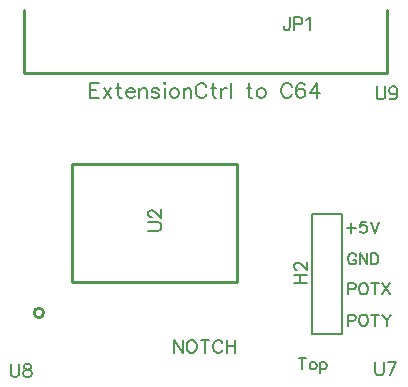
<source format=gto>
G04 Layer: TopSilkLayer*
G04 EasyEDA v6.4.14, 2021-02-02T13:22:32--5:00*
G04 99f0f78b573744e3acd602d4f8b6235f,d79a69aa59da4e1fbb9b7d465b79b5da,10*
G04 Gerber Generator version 0.2*
G04 Scale: 100 percent, Rotated: No, Reflected: No *
G04 Dimensions in millimeters *
G04 leading zeros omitted , absolute positions ,4 integer and 5 decimal *
%FSLAX45Y45*%
%MOMM*%

%ADD10C,0.2540*%
%ADD24C,0.2032*%
%ADD25C,0.2030*%
%ADD26C,0.1524*%

%LPD*%
D24*
X2949193Y2005076D02*
G01*
X2949193Y1923034D01*
X2908300Y1964181D02*
G01*
X2990088Y1964181D01*
X3074670Y2018537D02*
G01*
X3029204Y2018537D01*
X3024631Y1977644D01*
X3029204Y1982215D01*
X3042920Y1986787D01*
X3056381Y1986787D01*
X3070097Y1982215D01*
X3079241Y1973071D01*
X3083813Y1959610D01*
X3083813Y1950465D01*
X3079241Y1936750D01*
X3070097Y1927605D01*
X3056381Y1923034D01*
X3042920Y1923034D01*
X3029204Y1927605D01*
X3024631Y1932178D01*
X3020059Y1941321D01*
X3113786Y2018537D02*
G01*
X3150108Y1923034D01*
X3186429Y2018537D02*
G01*
X3150108Y1923034D01*
X2989072Y1729231D02*
G01*
X2984754Y1738376D01*
X2975609Y1747265D01*
X2966465Y1751837D01*
X2948177Y1751837D01*
X2939288Y1747265D01*
X2930143Y1738376D01*
X2925572Y1729231D01*
X2921000Y1715515D01*
X2921000Y1692910D01*
X2925572Y1679194D01*
X2930143Y1670050D01*
X2939288Y1660905D01*
X2948177Y1656334D01*
X2966465Y1656334D01*
X2975609Y1660905D01*
X2984754Y1670050D01*
X2989072Y1679194D01*
X2989072Y1692910D01*
X2966465Y1692910D02*
G01*
X2989072Y1692910D01*
X3019297Y1751837D02*
G01*
X3019297Y1656334D01*
X3019297Y1751837D02*
G01*
X3082797Y1656334D01*
X3082797Y1751837D02*
G01*
X3082797Y1656334D01*
X3112770Y1751837D02*
G01*
X3112770Y1656334D01*
X3112770Y1751837D02*
G01*
X3144520Y1751837D01*
X3158236Y1747265D01*
X3167379Y1738376D01*
X3171952Y1729231D01*
X3176524Y1715515D01*
X3176524Y1692910D01*
X3171952Y1679194D01*
X3167379Y1670050D01*
X3158236Y1660905D01*
X3144520Y1656334D01*
X3112770Y1656334D01*
X2921000Y1497837D02*
G01*
X2921000Y1402334D01*
X2921000Y1497837D02*
G01*
X2961893Y1497837D01*
X2975609Y1493265D01*
X2980181Y1488694D01*
X2984754Y1479804D01*
X2984754Y1466087D01*
X2980181Y1456944D01*
X2975609Y1452371D01*
X2961893Y1447800D01*
X2921000Y1447800D01*
X3041904Y1497837D02*
G01*
X3032759Y1493265D01*
X3023615Y1484376D01*
X3019297Y1475231D01*
X3014725Y1461515D01*
X3014725Y1438910D01*
X3019297Y1425194D01*
X3023615Y1416050D01*
X3032759Y1406905D01*
X3041904Y1402334D01*
X3060191Y1402334D01*
X3069081Y1406905D01*
X3078225Y1416050D01*
X3082797Y1425194D01*
X3087370Y1438910D01*
X3087370Y1461515D01*
X3082797Y1475231D01*
X3078225Y1484376D01*
X3069081Y1493265D01*
X3060191Y1497837D01*
X3041904Y1497837D01*
X3149091Y1497837D02*
G01*
X3149091Y1402334D01*
X3117341Y1497837D02*
G01*
X3181095Y1497837D01*
X3211068Y1497837D02*
G01*
X3274568Y1402334D01*
X3274568Y1497837D02*
G01*
X3211068Y1402334D01*
X2921000Y1231137D02*
G01*
X2921000Y1135634D01*
X2921000Y1231137D02*
G01*
X2961893Y1231137D01*
X2975609Y1226565D01*
X2980181Y1221994D01*
X2984754Y1213104D01*
X2984754Y1199387D01*
X2980181Y1190244D01*
X2975609Y1185671D01*
X2961893Y1181100D01*
X2921000Y1181100D01*
X3041904Y1231137D02*
G01*
X3032759Y1226565D01*
X3023615Y1217676D01*
X3019297Y1208531D01*
X3014725Y1194815D01*
X3014725Y1172210D01*
X3019297Y1158494D01*
X3023615Y1149350D01*
X3032759Y1140205D01*
X3041904Y1135634D01*
X3060191Y1135634D01*
X3069081Y1140205D01*
X3078225Y1149350D01*
X3082797Y1158494D01*
X3087370Y1172210D01*
X3087370Y1194815D01*
X3082797Y1208531D01*
X3078225Y1217676D01*
X3069081Y1226565D01*
X3060191Y1231137D01*
X3041904Y1231137D01*
X3149091Y1231137D02*
G01*
X3149091Y1135634D01*
X3117341Y1231137D02*
G01*
X3181095Y1231137D01*
X3211068Y1231137D02*
G01*
X3247390Y1185671D01*
X3247390Y1135634D01*
X3283711Y1231137D02*
G01*
X3247390Y1185671D01*
X2533650Y862837D02*
G01*
X2533650Y767334D01*
X2501900Y862837D02*
G01*
X2565654Y862837D01*
X2618231Y831087D02*
G01*
X2609088Y826515D01*
X2600197Y817371D01*
X2595625Y803910D01*
X2595625Y794765D01*
X2600197Y781050D01*
X2609088Y771905D01*
X2618231Y767334D01*
X2631947Y767334D01*
X2641091Y771905D01*
X2649981Y781050D01*
X2654554Y794765D01*
X2654554Y803910D01*
X2649981Y817371D01*
X2641091Y826515D01*
X2631947Y831087D01*
X2618231Y831087D01*
X2684525Y831087D02*
G01*
X2684525Y735584D01*
X2684525Y817371D02*
G01*
X2693670Y826515D01*
X2702813Y831087D01*
X2716529Y831087D01*
X2725420Y826515D01*
X2734563Y817371D01*
X2739136Y803910D01*
X2739136Y794765D01*
X2734563Y781050D01*
X2725420Y771905D01*
X2716529Y767334D01*
X2702813Y767334D01*
X2693670Y771905D01*
X2684525Y781050D01*
X736600Y3191763D02*
G01*
X736600Y3067812D01*
X736600Y3191763D02*
G01*
X813307Y3191763D01*
X736600Y3132836D02*
G01*
X783844Y3132836D01*
X736600Y3067812D02*
G01*
X813307Y3067812D01*
X852423Y3150615D02*
G01*
X917447Y3067812D01*
X917447Y3150615D02*
G01*
X852423Y3067812D01*
X974089Y3191763D02*
G01*
X974089Y3091434D01*
X979931Y3073654D01*
X991870Y3067812D01*
X1003807Y3067812D01*
X956310Y3150615D02*
G01*
X997712Y3150615D01*
X1042670Y3115055D02*
G01*
X1113536Y3115055D01*
X1113536Y3126994D01*
X1107694Y3138678D01*
X1101852Y3144520D01*
X1089913Y3150615D01*
X1072134Y3150615D01*
X1060450Y3144520D01*
X1048512Y3132836D01*
X1042670Y3115055D01*
X1042670Y3103371D01*
X1048512Y3085592D01*
X1060450Y3073654D01*
X1072134Y3067812D01*
X1089913Y3067812D01*
X1101852Y3073654D01*
X1113536Y3085592D01*
X1152652Y3150615D02*
G01*
X1152652Y3067812D01*
X1152652Y3126994D02*
G01*
X1170431Y3144520D01*
X1182115Y3150615D01*
X1199895Y3150615D01*
X1211579Y3144520D01*
X1217676Y3126994D01*
X1217676Y3067812D01*
X1321562Y3132836D02*
G01*
X1315720Y3144520D01*
X1297939Y3150615D01*
X1280160Y3150615D01*
X1262634Y3144520D01*
X1256537Y3132836D01*
X1262634Y3120897D01*
X1274318Y3115055D01*
X1303781Y3109213D01*
X1315720Y3103371D01*
X1321562Y3091434D01*
X1321562Y3085592D01*
X1315720Y3073654D01*
X1297939Y3067812D01*
X1280160Y3067812D01*
X1262634Y3073654D01*
X1256537Y3085592D01*
X1360678Y3191763D02*
G01*
X1366520Y3185921D01*
X1372362Y3191763D01*
X1366520Y3197860D01*
X1360678Y3191763D01*
X1366520Y3150615D02*
G01*
X1366520Y3067812D01*
X1440942Y3150615D02*
G01*
X1429257Y3144520D01*
X1417320Y3132836D01*
X1411478Y3115055D01*
X1411478Y3103371D01*
X1417320Y3085592D01*
X1429257Y3073654D01*
X1440942Y3067812D01*
X1458721Y3067812D01*
X1470405Y3073654D01*
X1482344Y3085592D01*
X1488186Y3103371D01*
X1488186Y3115055D01*
X1482344Y3132836D01*
X1470405Y3144520D01*
X1458721Y3150615D01*
X1440942Y3150615D01*
X1527302Y3150615D02*
G01*
X1527302Y3067812D01*
X1527302Y3126994D02*
G01*
X1545081Y3144520D01*
X1556765Y3150615D01*
X1574545Y3150615D01*
X1586229Y3144520D01*
X1592326Y3126994D01*
X1592326Y3067812D01*
X1719834Y3162300D02*
G01*
X1713992Y3174237D01*
X1702054Y3185921D01*
X1690370Y3191763D01*
X1666747Y3191763D01*
X1654810Y3185921D01*
X1643126Y3174237D01*
X1637029Y3162300D01*
X1631187Y3144520D01*
X1631187Y3115055D01*
X1637029Y3097276D01*
X1643126Y3085592D01*
X1654810Y3073654D01*
X1666747Y3067812D01*
X1690370Y3067812D01*
X1702054Y3073654D01*
X1713992Y3085592D01*
X1719834Y3097276D01*
X1776476Y3191763D02*
G01*
X1776476Y3091434D01*
X1782571Y3073654D01*
X1794255Y3067812D01*
X1806194Y3067812D01*
X1758950Y3150615D02*
G01*
X1800352Y3150615D01*
X1845055Y3150615D02*
G01*
X1845055Y3067812D01*
X1845055Y3115055D02*
G01*
X1851152Y3132836D01*
X1862836Y3144520D01*
X1874773Y3150615D01*
X1892300Y3150615D01*
X1931415Y3191763D02*
G01*
X1931415Y3067812D01*
X2079243Y3191763D02*
G01*
X2079243Y3091434D01*
X2085086Y3073654D01*
X2096770Y3067812D01*
X2108708Y3067812D01*
X2061463Y3150615D02*
G01*
X2102865Y3150615D01*
X2177288Y3150615D02*
G01*
X2165350Y3144520D01*
X2153665Y3132836D01*
X2147570Y3115055D01*
X2147570Y3103371D01*
X2153665Y3085592D01*
X2165350Y3073654D01*
X2177288Y3067812D01*
X2195068Y3067812D01*
X2206752Y3073654D01*
X2218690Y3085592D01*
X2224531Y3103371D01*
X2224531Y3115055D01*
X2218690Y3132836D01*
X2206752Y3144520D01*
X2195068Y3150615D01*
X2177288Y3150615D01*
X2443225Y3162300D02*
G01*
X2437129Y3174237D01*
X2425445Y3185921D01*
X2413508Y3191763D01*
X2389886Y3191763D01*
X2378202Y3185921D01*
X2366263Y3174237D01*
X2360422Y3162300D01*
X2354579Y3144520D01*
X2354579Y3115055D01*
X2360422Y3097276D01*
X2366263Y3085592D01*
X2378202Y3073654D01*
X2389886Y3067812D01*
X2413508Y3067812D01*
X2425445Y3073654D01*
X2437129Y3085592D01*
X2443225Y3097276D01*
X2552954Y3174237D02*
G01*
X2547111Y3185921D01*
X2529331Y3191763D01*
X2517647Y3191763D01*
X2499868Y3185921D01*
X2487929Y3168142D01*
X2482088Y3138678D01*
X2482088Y3109213D01*
X2487929Y3085592D01*
X2499868Y3073654D01*
X2517647Y3067812D01*
X2523490Y3067812D01*
X2541270Y3073654D01*
X2552954Y3085592D01*
X2559050Y3103371D01*
X2559050Y3109213D01*
X2552954Y3126994D01*
X2541270Y3138678D01*
X2523490Y3144520D01*
X2517647Y3144520D01*
X2499868Y3138678D01*
X2487929Y3126994D01*
X2482088Y3109213D01*
X2657093Y3191763D02*
G01*
X2597911Y3109213D01*
X2686558Y3109213D01*
X2657093Y3191763D02*
G01*
X2657093Y3067812D01*
D26*
X1230884Y1943100D02*
G01*
X1308862Y1943100D01*
X1324355Y1948179D01*
X1334770Y1958594D01*
X1339850Y1974342D01*
X1339850Y1984755D01*
X1334770Y2000250D01*
X1324355Y2010663D01*
X1308862Y2015744D01*
X1230884Y2015744D01*
X1256792Y2055368D02*
G01*
X1251712Y2055368D01*
X1241297Y2060447D01*
X1235963Y2065781D01*
X1230884Y2076195D01*
X1230884Y2096770D01*
X1235963Y2107184D01*
X1241297Y2112518D01*
X1251712Y2117597D01*
X1262126Y2117597D01*
X1272539Y2112518D01*
X1288034Y2102104D01*
X1339850Y2050034D01*
X1339850Y2122931D01*
X2462784Y1498600D02*
G01*
X2571750Y1498600D01*
X2462784Y1571244D02*
G01*
X2571750Y1571244D01*
X2514600Y1498600D02*
G01*
X2514600Y1571244D01*
X2488691Y1610868D02*
G01*
X2483611Y1610868D01*
X2473197Y1615947D01*
X2467863Y1621281D01*
X2462784Y1631695D01*
X2462784Y1652270D01*
X2467863Y1662684D01*
X2473197Y1668018D01*
X2483611Y1673097D01*
X2494025Y1673097D01*
X2504440Y1668018D01*
X2519934Y1657604D01*
X2571750Y1605534D01*
X2571750Y1678431D01*
X2426970Y3747515D02*
G01*
X2426970Y3664457D01*
X2421636Y3648710D01*
X2416556Y3643629D01*
X2406141Y3638550D01*
X2395727Y3638550D01*
X2385313Y3643629D01*
X2379979Y3648710D01*
X2374900Y3664457D01*
X2374900Y3674871D01*
X2461259Y3747515D02*
G01*
X2461259Y3638550D01*
X2461259Y3747515D02*
G01*
X2507995Y3747515D01*
X2523490Y3742436D01*
X2528570Y3737102D01*
X2533904Y3726687D01*
X2533904Y3711194D01*
X2528570Y3700779D01*
X2523490Y3695700D01*
X2507995Y3690365D01*
X2461259Y3690365D01*
X2568193Y3726687D02*
G01*
X2578608Y3732021D01*
X2594102Y3747515D01*
X2594102Y3638550D01*
X1447800Y1017015D02*
G01*
X1447800Y908050D01*
X1447800Y1017015D02*
G01*
X1520444Y908050D01*
X1520444Y1017015D02*
G01*
X1520444Y908050D01*
X1585976Y1017015D02*
G01*
X1575562Y1011936D01*
X1565147Y1001521D01*
X1560068Y991107D01*
X1554734Y975360D01*
X1554734Y949452D01*
X1560068Y933957D01*
X1565147Y923544D01*
X1575562Y913129D01*
X1585976Y908050D01*
X1606804Y908050D01*
X1617218Y913129D01*
X1627631Y923544D01*
X1632712Y933957D01*
X1638045Y949452D01*
X1638045Y975360D01*
X1632712Y991107D01*
X1627631Y1001521D01*
X1617218Y1011936D01*
X1606804Y1017015D01*
X1585976Y1017015D01*
X1708657Y1017015D02*
G01*
X1708657Y908050D01*
X1672336Y1017015D02*
G01*
X1744979Y1017015D01*
X1857247Y991107D02*
G01*
X1851913Y1001521D01*
X1841500Y1011936D01*
X1831339Y1017015D01*
X1810512Y1017015D01*
X1800097Y1011936D01*
X1789684Y1001521D01*
X1784350Y991107D01*
X1779270Y975360D01*
X1779270Y949452D01*
X1784350Y933957D01*
X1789684Y923544D01*
X1800097Y913129D01*
X1810512Y908050D01*
X1831339Y908050D01*
X1841500Y913129D01*
X1851913Y923544D01*
X1857247Y933957D01*
X1891537Y1017015D02*
G01*
X1891537Y908050D01*
X1964181Y1017015D02*
G01*
X1964181Y908050D01*
X1891537Y965200D02*
G01*
X1964181Y965200D01*
X3149600Y826515D02*
G01*
X3149600Y748537D01*
X3154679Y733044D01*
X3165093Y722629D01*
X3180841Y717550D01*
X3191256Y717550D01*
X3206750Y722629D01*
X3217163Y733044D01*
X3222243Y748537D01*
X3222243Y826515D01*
X3329431Y826515D02*
G01*
X3277361Y717550D01*
X3256534Y826515D02*
G01*
X3329431Y826515D01*
X63500Y813815D02*
G01*
X63500Y735837D01*
X68579Y720344D01*
X78994Y709929D01*
X94742Y704850D01*
X105155Y704850D01*
X120650Y709929D01*
X131063Y720344D01*
X136144Y735837D01*
X136144Y813815D01*
X196595Y813815D02*
G01*
X180847Y808736D01*
X175768Y798321D01*
X175768Y787907D01*
X180847Y777494D01*
X191262Y772160D01*
X212089Y767079D01*
X227584Y762000D01*
X237997Y751586D01*
X243331Y741171D01*
X243331Y725423D01*
X237997Y715010D01*
X232918Y709929D01*
X217170Y704850D01*
X196595Y704850D01*
X180847Y709929D01*
X175768Y715010D01*
X170434Y725423D01*
X170434Y741171D01*
X175768Y751586D01*
X186181Y762000D01*
X201676Y767079D01*
X222504Y772160D01*
X232918Y777494D01*
X237997Y787907D01*
X237997Y798321D01*
X232918Y808736D01*
X217170Y813815D01*
X196595Y813815D01*
X3162300Y3163315D02*
G01*
X3162300Y3085337D01*
X3167379Y3069844D01*
X3177793Y3059429D01*
X3193541Y3054350D01*
X3203956Y3054350D01*
X3219450Y3059429D01*
X3229863Y3069844D01*
X3234943Y3085337D01*
X3234943Y3163315D01*
X3336797Y3126994D02*
G01*
X3331718Y3111500D01*
X3321304Y3101086D01*
X3305809Y3095752D01*
X3300475Y3095752D01*
X3284981Y3101086D01*
X3274568Y3111500D01*
X3269234Y3126994D01*
X3269234Y3132073D01*
X3274568Y3147821D01*
X3284981Y3158236D01*
X3300475Y3163315D01*
X3305809Y3163315D01*
X3321304Y3158236D01*
X3331718Y3147821D01*
X3336797Y3126994D01*
X3336797Y3101086D01*
X3331718Y3074923D01*
X3321304Y3059429D01*
X3305809Y3054350D01*
X3295395Y3054350D01*
X3279647Y3059429D01*
X3274568Y3069844D01*
D10*
X582701Y1506601D02*
G01*
X582701Y2506598D01*
X1982698Y2506598D01*
X1982698Y1506601D01*
X582701Y1506601D01*
D24*
X2616200Y2082800D02*
G01*
X2870200Y2082800D01*
X2870200Y1066800D01*
X2616200Y1066800D01*
X2616200Y1257300D01*
D25*
X2616200Y2082800D02*
G01*
X2616200Y1257300D01*
D10*
X175260Y3276600D02*
G01*
X175260Y3810000D01*
X3253740Y3276600D02*
G01*
X3253740Y3810000D01*
X175260Y3276600D02*
G01*
X3253740Y3276600D01*
G75*
G01
X342697Y1246607D02*
G03X342697Y1246607I-40005J0D01*
M02*

</source>
